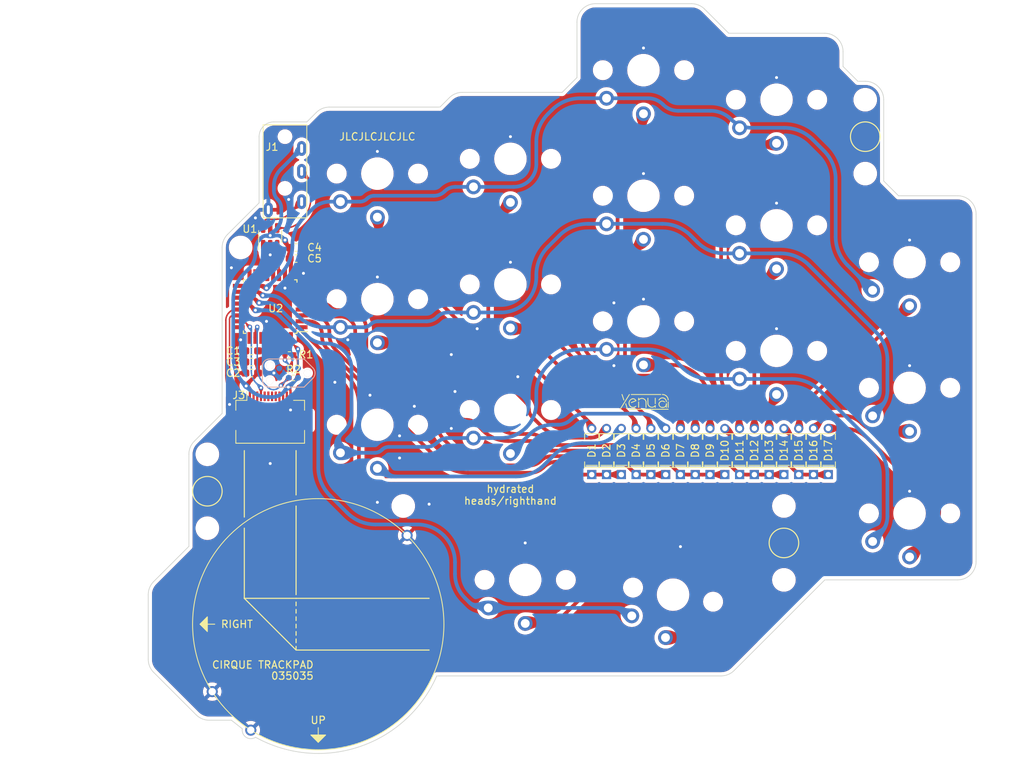
<source format=kicad_pcb>
(kicad_pcb (version 20211014) (generator pcbnew)

  (general
    (thickness 1.6)
  )

  (paper "A4")
  (layers
    (0 "F.Cu" signal)
    (31 "B.Cu" signal)
    (32 "B.Adhes" user "B.Adhesive")
    (33 "F.Adhes" user "F.Adhesive")
    (34 "B.Paste" user)
    (35 "F.Paste" user)
    (36 "B.SilkS" user "B.Silkscreen")
    (37 "F.SilkS" user "F.Silkscreen")
    (38 "B.Mask" user)
    (39 "F.Mask" user)
    (40 "Dwgs.User" user "User.Drawings")
    (41 "Cmts.User" user "User.Comments")
    (42 "Eco1.User" user "User.Eco1")
    (43 "Eco2.User" user "User.Eco2")
    (44 "Edge.Cuts" user)
    (45 "Margin" user)
    (46 "B.CrtYd" user "B.Courtyard")
    (47 "F.CrtYd" user "F.Courtyard")
    (48 "B.Fab" user)
    (49 "F.Fab" user)
    (50 "User.1" user)
    (51 "User.2" user)
    (52 "User.3" user)
    (53 "User.4" user)
    (54 "User.5" user)
    (55 "User.6" user)
    (56 "User.7" user)
    (57 "User.8" user)
    (58 "User.9" user)
  )

  (setup
    (stackup
      (layer "F.SilkS" (type "Top Silk Screen"))
      (layer "F.Paste" (type "Top Solder Paste"))
      (layer "F.Mask" (type "Top Solder Mask") (thickness 0.01))
      (layer "F.Cu" (type "copper") (thickness 0.035))
      (layer "dielectric 1" (type "core") (thickness 1.51) (material "FR4") (epsilon_r 4.5) (loss_tangent 0.02))
      (layer "B.Cu" (type "copper") (thickness 0.035))
      (layer "B.Mask" (type "Bottom Solder Mask") (thickness 0.01))
      (layer "B.Paste" (type "Bottom Solder Paste"))
      (layer "B.SilkS" (type "Bottom Silk Screen"))
      (copper_finish "None")
      (dielectric_constraints no)
    )
    (pad_to_mask_clearance 0)
    (pcbplotparams
      (layerselection 0x00010fc_ffffffff)
      (disableapertmacros false)
      (usegerberextensions false)
      (usegerberattributes true)
      (usegerberadvancedattributes true)
      (creategerberjobfile true)
      (svguseinch false)
      (svgprecision 6)
      (excludeedgelayer true)
      (plotframeref false)
      (viasonmask false)
      (mode 1)
      (useauxorigin false)
      (hpglpennumber 1)
      (hpglpenspeed 20)
      (hpglpendiameter 15.000000)
      (dxfpolygonmode true)
      (dxfimperialunits true)
      (dxfusepcbnewfont true)
      (psnegative false)
      (psa4output false)
      (plotreference true)
      (plotvalue true)
      (plotinvisibletext false)
      (sketchpadsonfab false)
      (subtractmaskfromsilk false)
      (outputformat 1)
      (mirror false)
      (drillshape 1)
      (scaleselection 1)
      (outputdirectory "")
    )
  )

  (net 0 "")
  (net 1 "GND")
  (net 2 "Net-(C1-Pad2)")
  (net 3 "+3V3")
  (net 4 "/SWDIO")
  (net 5 "/RST")
  (net 6 "/SWCLK")
  (net 7 "unconnected-(J2-Pad6)")
  (net 8 "/TRACK_SDA")
  (net 9 "/TRACK_SCL")
  (net 10 "/TRACK_BTN1")
  (net 11 "/TRACK_BTN3")
  (net 12 "/TRACK_BTN2")
  (net 13 "/TRACK_COPI")
  (net 14 "/TRACK_DATA_READY")
  (net 15 "/TRACK_CS")
  (net 16 "/TRACK_CIPO")
  (net 17 "/TRACK_SCK")
  (net 18 "/SCL")
  (net 19 "/SDA")
  (net 20 "Net-(J1-PadR2)")
  (net 21 "Net-(J1-PadR1)")
  (net 22 "C_PINKY")
  (net 23 "unconnected-(U2-Pad6)")
  (net 24 "unconnected-(U2-Pad7)")
  (net 25 "unconnected-(U2-Pad8)")
  (net 26 "R_TOP")
  (net 27 "R_HOME")
  (net 28 "R_BOTTOM")
  (net 29 "R_THUMB")
  (net 30 "C_INNER")
  (net 31 "C_INDEX")
  (net 32 "C_MIDDLE")
  (net 33 "C_RING")
  (net 34 "unconnected-(U2-Pad24)")
  (net 35 "unconnected-(U2-Pad25)")
  (net 36 "unconnected-(U2-Pad27)")
  (net 37 "Net-(D1-Pad2)")
  (net 38 "Net-(D2-Pad2)")
  (net 39 "Net-(D3-Pad2)")
  (net 40 "Net-(D4-Pad2)")
  (net 41 "Net-(D5-Pad2)")
  (net 42 "Net-(D6-Pad2)")
  (net 43 "Net-(D7-Pad2)")
  (net 44 "Net-(D8-Pad2)")
  (net 45 "Net-(D9-Pad2)")
  (net 46 "Net-(D10-Pad2)")
  (net 47 "Net-(D11-Pad2)")
  (net 48 "Net-(D12-Pad2)")
  (net 49 "Net-(D13-Pad2)")
  (net 50 "Net-(D14-Pad2)")
  (net 51 "Net-(D15-Pad2)")
  (net 52 "Net-(D16-Pad2)")
  (net 53 "Net-(D17-Pad2)")
  (net 54 "unconnected-(U2-Pad13)")
  (net 55 "unconnected-(U2-Pad14)")
  (net 56 "unconnected-(U2-Pad15)")
  (net 57 "unconnected-(U2-Pad16)")

  (footprint "Capacitor_SMD:C_0603_1608Metric_Pad1.08x0.95mm_HandSolder" (layer "F.Cu") (at 53 116.5 180))

  (footprint "MountingHole:MountingHole_2.2mm_M2_DIN965" (layer "F.Cu") (at 136 91))

  (footprint "mbk:Choc-1u-solder" (layer "F.Cu") (at 106 94))

  (footprint "Capacitor_SMD:C_0603_1608Metric_Pad1.08x0.95mm_HandSolder" (layer "F.Cu") (at 59 102.5))

  (footprint "mbk:Choc-1u-solder" (layer "F.Cu") (at 124 81))

  (footprint "1N4148:DIOAD829W49L456D191" (layer "F.Cu") (at 105 128.5 90))

  (footprint "mbk:Choc-1u-solder" (layer "F.Cu") (at 70 91))

  (footprint "1N4148:DIOAD829W49L456D191" (layer "F.Cu") (at 107 128.5 90))

  (footprint "Package_TO_SOT_SMD:SOT-23-6" (layer "F.Cu") (at 55.5 99.5 90))

  (footprint "1N4148:DIOAD829W49L456D191" (layer "F.Cu") (at 111 128.5 90))

  (footprint "Resistor_SMD:R_0402_1005Metric_Pad0.72x0.64mm_HandSolder" (layer "F.Cu") (at 58.0975 115.5 180))

  (footprint "1N4148:DIOAD829W49L456D191" (layer "F.Cu") (at 99 128.5 90))

  (footprint "cirque:cirque_TM035035" (layer "F.Cu") (at 62 152 180))

  (footprint "mbk:Choc-1u-solder" (layer "F.Cu") (at 124 98))

  (footprint "1N4148:DIOAD829W49L456D191" (layer "F.Cu") (at 127 128.5 90))

  (footprint "1N4148:DIOAD829W49L456D191" (layer "F.Cu") (at 125 128.5 90))

  (footprint "mbk:Choc-1u-solder" (layer "F.Cu") (at 88 106))

  (footprint "MountingHole:MountingHole_2.2mm_M2_DIN965" (layer "F.Cu") (at 136 81))

  (footprint "1N4148:DIOAD829W49L456D191" (layer "F.Cu") (at 117 128.5 90))

  (footprint "1N4148:DIOAD829W49L456D191" (layer "F.Cu") (at 109 128.5 90))

  (footprint "mbk:Choc-1u-solder" (layer "F.Cu") (at 142 103))

  (footprint "pj320a:Jack_3.5mm_PJ320A_Horizontal" (layer "F.Cu") (at 57.5 86 -90))

  (footprint "mbk:Choc-1u-solder" (layer "F.Cu") (at 142 137))

  (footprint "mbk:Choc-1u-solder" (layer "F.Cu") (at 124 115))

  (footprint "Connector_FFC-FPC:Hirose_FH12-12S-0.5SH_1x12-1MP_P0.50mm_Horizontal" (layer "F.Cu") (at 55.5 123))

  (footprint "1N4148:DIOAD829W49L456D191" (layer "F.Cu") (at 113 128.5 90))

  (footprint "1N4148:DIOAD829W49L456D191" (layer "F.Cu") (at 115 128.5 90))

  (footprint "mbk:Choc-1u-solder" (layer "F.Cu") (at 88 89))

  (footprint "Capacitor_SMD:C_0603_1608Metric_Pad1.08x0.95mm_HandSolder" (layer "F.Cu") (at 59 101))

  (footprint "xenua:sig" (layer "F.Cu") (at 102.845 122.905167))

  (footprint "MountingHole:MountingHole_2.2mm_M2_DIN965" (layer "F.Cu") (at 125 136))

  (footprint "mbk:Choc-1u-solder" (layer "F.Cu") (at 106 111))

  (footprint "MountingHole:MountingHole_2.2mm_M2_DIN965" (layer "F.Cu") (at 51.5 101))

  (footprint "1N4148:DIOAD829W49L456D191" (layer "F.Cu") (at 103 128.5 90))

  (footprint "MountingHole:MountingHole_2.2mm_M2_DIN965" (layer "F.Cu") (at 47 139))

  (footprint "1N4148:DIOAD829W49L456D191" (layer "F.Cu") (at 131 128.5 90))

  (footprint "mbk:Choc-1u-solder" (layer "F.Cu") (at 142 120))

  (footprint "Capacitor_SMD:C_0603_1608Metric_Pad1.08x0.95mm_HandSolder" (layer "F.Cu") (at 53 115))

  (footprint "MountingHole:MountingHole_2.2mm_M2_DIN965" (layer "F.Cu") (at 125 146))

  (footprint "mbk:Choc-1u-solder" (layer "F.Cu") (at 88 123))

  (footprint "mbk:Choc-1u-solder" (layer "F.Cu") (at 110 148 -10))

  (footprint "1N4148:DIOAD829W49L456D191" (layer "F.Cu") (at 121 128.5 90))

  (footprint "1N4148:DIOAD829W49L456D191" (layer "F.Cu") (at 119 128.5 90))

  (footprint "mbk:Choc-1u-solder" (layer "F.Cu") (at 70 108))

  (footprint "1N4148:DIOAD829W49L456D191" (layer "F.Cu") (at 101 128.5 90))

  (footprint "Resistor_SMD:R_0402_1005Metric_Pad0.72x0.64mm_HandSolder" (layer "F.Cu") (at 58.65 118.65))

  (footprint "Package_QFP:TQFP-32_7x7mm_P0.8mm" (layer "F.Cu")
    (tedit 5A02F146) (tstamp ca98b832-42d9-48ef-b0f0-8a38fadade53)
    (at 55.5 109 180)
    (descr "32-Lead Plastic Thin Quad Flatpack (PT) - 7x7x1.0 mm Body, 2.00 mm [TQFP] (see Microchip Packaging Specification 00000049BS.pdf)")
    (tags "QFP 0.8")
    (property "Sheetfile" "righthand.kicad_sch")
    (property "Sheetname" "")
    (path "/cd05dc71-d59b-4335-902d-fe9d6feaeb4a")
    (attr smd)
    (fp_text reference "U2" (at -0.75 -0.25) (layer "F.SilkS")
      (effects (font (size 1 1) (thickness 0.15)))
      (tstamp 7380e8af-0da0-4d19-b97a-3db74afed84b)
    )
    (fp_text value "ATSAMD21E17D-A" (at 0 6.05) (layer "F.Fab")
      (effects (font (size 1 1) (thickness 0.15)))
      (tstamp f2253836-2d9b-40d1-8286-5de307be6bb5)
    )
    (fp_text user "${REFERENCE}" (at 0 0) (layer "F.Fab")
      (effects (font (size 1 1) (thickness 0.15)))
      (tstamp ff516df4-8762-493a-bfa9-d109ded985f2)
    )
    (fp_line (start -3.625 3.625) (end -3.625 3.3) (layer "F.SilkS") (width 0.15) (tstamp 163a52c9-5b76-408e-9e8d-b1d727f1e5eb))
    (fp_line (start -3.625 -3.4) (end -5.05 -3.4) (layer "F.SilkS") (width 0.15) (tstamp 4694337d-87f2-4001-9a42-3ac5af7174f1))
    (fp_line (start -3.625 -3.625) (end -3.625 -3.4) (layer "F.SilkS") (width 0.15) (tstamp 47cb438f-2cfc-49d4-b243-896fd33c4f28))
    (fp_line (start 3.625 3.625) (end 3.3 3.625) (layer "F.SilkS") (width 0.15) (tstamp 875bddaa-a6a5-4d05-aa4e-f34cad246fdd))
    (fp_line (start -3.625 3.625) (end -3.3 3.625) (layer "F.SilkS") (width 0.15) (tstamp abbb76e5-e303-4551-abef-6360b634a66e))
    (fp_line (start -3.625 -3.625) (end -3.3 -3.625) (layer "F.SilkS") (width 0.15) (tstamp b86e3cce-ec47-4e60-ad5f-0c88bb84273a))
    (fp_line (start 3.625 -3.625) (end 3.3 -3.625) (layer "F.SilkS") (width 0.15) (tstamp bd51819b-f5a4-4341-9885-d60fd4aa7ac5))
    (fp_line (start 3.625 -3.625) (end 3.625 -3.3) (layer "F.SilkS") (width 0.15) (tstamp d5bef497-bc4d-4dbe-99cb-e4b3a4c01e3f))
    (fp_line (start 3.625 3.625) (end 3.625 3.3) (layer "F.SilkS") (width 0.15) (tstamp d8527688-0a5f-4213-b379-755ddb37619d))
    (fp_line (start -5.3 -5.3) (end 5.3 -5.3) (layer "F.CrtYd") (width 0.05) (tstamp 075e0099-43cc-4e57-801b-810418507ddf))
    (fp_line (start -5.3 5.3) (end 5.3 5.3) (layer "F.CrtYd") (width 0.05) (tstamp 20f4c3c6-d0c7-4e28-b603-453c6a1d75b5))
    (fp_line (start 5.3 -5.3) (end 5.3 5.3) (layer "F.CrtYd") (width 0.05) (tstamp 2133e340-0ea5-497f-be25-7d4b6d30df2c))
    (fp_line (start -5.3 -5.3) (end -5.3 5.3) (layer "F.CrtYd") (width 0.05) (tstamp cc26b4de-d661-424c-883c-1a8ced1f8768))
    (fp_line (start 3.5 -3.5) (end 3.5 3.5) (layer "F.Fab") (width 0.15) (tstamp 0ab6f123-2f7f-4459-9959-f610555e9965))
    (fp_line (start -3.5 3.5) (end -3.5 -2.5) (layer "F.Fab") (width 0.15) (tstamp 5f53635a-7790-49ef-a708-d89dbdce66ff))
    (fp_line (start 3.5 3.5) (end -3.5 3.5) (layer "F.Fab") (width 0.15) (tstamp 6e1700cd-cad7-4c73-a404-c7fdf714574e))
    (fp_line (start -3.5 -2.5) (end -2.5 -3.5) (layer "F.Fab") (width 0.15) (tstamp a4b2c316-8378-48ff-9099-c95542d4d444))
    (fp_line (start -2.5 -3.5) (end 3.5 -3.5) (layer "F.Fab") (width 0.15) (tstamp fa371ff8-e6fb-4463-8f56-ac49214cf9cf))
    (pad "1" smd rect (at -4.25 -2.8 180) (size 1.6 0.55) (layers "F.Cu" "F.Paste" "F.Mask")
      (net 30 "C_INNER") (pinfunction "PA00") (pintype "bidirectional") (tstamp de6c64d1-4ece-4a3f-aa19-c7141c9b1d34))
    (pad "2" smd rect (at -4.25 -2 180) (size 1.6 0.55) (layers "F.Cu" "F.Paste" "F.Mask")
      (net 31 "C_INDEX") (pinfunction "PA01") (pintype "bidirectional") (tstamp 84b5f244-dacb-46d0-b787-6a3c3e03a9e9))
    (pad "3" smd rect (at -4.25 -1.2 180) (size 1.6 0.55) (layers "F.Cu" "F.Paste" "F.Mask")
      (net 32 "C_MIDDLE") (pinfunction "PA02") (pintype "bidirectional") (tstamp 5597da75-39fc-4d77-89f2-21aa5ef8ba8f))
    (pad "4" smd rect (at -4.25 -0.4 180) (size 1.6 0.55) (layers "F.Cu" "F.Paste" "F.Mask")
      (net 33 "C_RING") (pinfunction "PA03") (pintype "bidirectional") (tstamp 209cde5c-0bb3-411e-b329-e93397c704e0))
    (pad "5" smd rect (at -4.25 0.4 180) (size 1.6 0.55) (layers "F.Cu" "F.Paste" "F.Mask")
      (net 22 "C_PINKY") (pinfunction "PA04") (pintype "bidirectional") (tstamp b82ab260-9cf7-4a11-a443-5d402a27af23))
    (pad "6" smd rect (at -4.25 1.2 180) (size 1.6 0.55) (layers "F.Cu" "F.Paste" "F.Mask")
      (net 23 "unconnected-(U2-Pad6)") (pinfunction "PA05") (pintype "bidirectional+no_connect") (tstamp 179c24d1-7126-42bf-97a3-780c05bb1910))
    (pad "7" smd rect (at -4.25 2 180) (size 1.6 0.55) (layers "F.Cu" "F.Paste" "F.Mask")
      (net 24 "unconnected-(U2-Pad7)") (pinfunction "PA06") (pintype "bidirectional+no_connect") (tstamp d5c4fb86-56b1-4f06-b04a-6b003385b76a))
    (pad "8" smd rect (at -4.25 2.8 180) (size 1.6 0.55) (layers "F.Cu" "F.Paste" "F.Mask")
      (net 25 "unconnected-(U2-Pad8)") (pinfunction "PA07") (pintype "bidirectional+no_connect") (tstamp 05a71337-cddb-4d9a-b7ab-112952ceb99b))
    (pad "9" smd rect (at -2.8 4.25 270) (size 1.6 0.55) (layers "F.Cu" "F.Paste" "F.Mask")
      (net 3 "+3V3") (pinfunction "VDDANA") (pintype "power_in") (tstamp 19e7f328-1b42-4b5f-b189-e1c202679413))
    (pad "10" smd rect (at -2 4.25 270) (size 1.6 0.55) (layers "F.Cu" "F.Paste" "F.Mask")
      (net 1 "GND") (pinfunction "GND") (pintype "power_in") (tstamp 601a63e5-e8d1-4165-82a6-b7c129cc85db))
    (pad "11" smd rect (at -1.2 4.25 270) (size 1.6 0.55) (layers "F.Cu" "F.Paste" "F.Mask")
      (net 19 "/SDA") (pinfunction "PA08") (pintype "bidirectional") (tstamp a341d461-973d-44b7-8f50-9064ec25a1b9))
    (pad "12" smd rect (at -0.4 4.25 270) (size 1.6 0.55) (layers "F.Cu" "F.Paste" "F.Mask")
      (net 18 "/SCL") (pinfunction "PA09") (pintype "bidirectional") (tstamp 7c21c702-62ed-4fbe-a9bf-b52df7481f9c))
    (pad "13" smd rect (at 0.4 4.25 270) (size 1.6 0.55) (layers "F.Cu" "F.Paste" "F.Mask")
      (net 54 "unconnected-(U2-Pad13)") (pinfunction "PA10") (pintype "bidirectional+no_connect") (tstamp b15aa40e-49e4-4bd0-a781-339e9eac9336))
    (pad "14" smd rect (at 1.2 4.25 270) (size 1.6 0.55) (layers "F.Cu" "F.Paste" "F.Mask")
      (net 55 "unconnected-(U2-Pad14)") (pinfunction "PA11") (pintype "bidirectional+no_connect") (tstamp 7ef9cf97-2e8e-4fee-aa02-f3d27d0097f0))
    (pad "15" smd rect (at 2 4.25 270) (size 1.6 0.55) (layers "F.Cu" "F.Paste" "F.Mask")
      (net 56 "unconnected-(U2-Pad15)") (pinfunction "PA14") (pintype "bidirectional+no_connect") (tstamp 1a5c968d-6d6d-4b8f-aa20-f0beedf479ab))
    (pad "16" smd rect (at 2.8 4.25 270) (size 1.6 0.55) (layers "F.Cu" "F.Paste" "F.Mask")
      (net 57 "unconnected-(U2-Pad16)") (pinfunction "PA15") (pintype "bidirectional+no_connect") (tstamp d882f916-6c04-4ebf-9600-80faa0ae7532))
    (pad "17" smd rect (at 4.25 2.8 180) (size 1.6 0.55) (layers "F.Cu" "F.Paste" "F.Mask")
      (net 26 "R_TOP") (pinfunction "PA16") (pintype "bidirectional") (tstamp 25b67f90-d6ae-4b36-b7d8-dbd1eb562431))
    (pad "18" smd rect (at 4.25 2 180) (size 1.6 0.55) (layers "F.Cu" "F.Paste" "F.Mask")
      (net 27 "R_HOME") (pinfunction "PA17") (pintype "bidirectional") (tstamp aaf0fcf7-daea-4cf4-918f-33cd10d20e92))
    (pad "19" smd rect (at 4.25 1.2 180) (size 1.6 0.55) (layers "F.Cu" "F.Paste" "F.Mask")
      (net 28 "R_BOTTOM") (pinfunction "PA18") (pintype "bidirectional") (tstamp a60b618b-4fec-4eba-a2f4-21b857aad465))
    (pad "20" smd rect (at 4.25 0.4 180) (size 1.6 0.55) (layers "F.Cu" "F.Paste" "F.Mask")
      (net 29 "R_THUMB") (pinfunction "PA19") (pintype "bidirectional") (tstamp 51dcbdf4-67c9-48cf-972b-daeb9ffcc053))
    (pad "21" smd rect (at 4.25 -0.4 180) (size 1.6 0.55) (layers "F.Cu" "F.Paste" "F.Mask")
      (net 8 "/TRACK_SDA") (pinfunction "PA22") (pintype "bidirectional") (tstamp b97c1fb9-fe2a-49c9-ba0d-c17a4800962a))
    (pad "22" smd rect (at 4.25 -1.2 180) (size 1.6 0.55) (layers "F.Cu" "F.Paste" "F.Mask")
      (net 9 "/TRACK_SCL") (pinfunction "PA23") (pintype "bidirectional") (tstamp e9f5260f-0416-4bfb-bce4-b9c39e3e9aa2))
    (pad "23" smd rect (at 4.25 -2 180) (size 1.6 0.55) (layers "F.Cu" "F.Paste" "F.Mask")
      (net 14 "/TRACK_DATA_READY") (pinfunction "PA24") (pintype "bidirectional") (tstamp 4b2c6017-7f5d-439b-898b-effb198e3a50))
    (pad "24" smd rect (at 4.25 -2.8 180) (size 1.6 0.55) (layers "F.Cu" "F.Paste" "F.Mask")
      (net 34 "unconnected-(U2-Pad24)") (pinfunction "PA25") (pintype "bidirectional+no_connect") (tstamp edcdd89e-0e7a-4ee9-848c-5ec6384580bc))
    (pad "25" smd rect (at 2.8 -4.25 270) (size 1.6 0.55) (layers "F.Cu" "F.Paste" "F.Mask")
      (net 35 "unconnected-(U2-Pad25)") (pinfunction "PA27") (pintype "bidirectional+no_connect") (tstamp 33c91d18-305b-4757-90b0-4e11771e92dc))
    (pad "26" smd rect (at 2 -4.25 270) (size 1.6 0.55) (layers "F.Cu" "F.Paste" "F.Mask")
      (net 5 "/RST") (pinfunction "~{RESET}") (pintype "input") (tstamp 0c963362-c0f1-4a4e-b666-50a0867beb93))
    (pad "27" smd rect (at 1.2 -4.25 270) (size 1.6 0.55) (layers "F.Cu" "F.Paste" "F.Mask")
      (net 36 "unconnected-(U2-Pad27)") (pinfunction "PA28") (pintype "bidirectional+no_connect") (tstamp 8bfda477-1e21-4e67-aa1a-5c90ee4db74d))
    (pad "28" smd rect (at 0.4 -4.25 270) (size 1.6 0.55) (layers "F.Cu" "F.Paste" "F.Mask")
      (net 1 "GND") (pinfunction "GND") (pintype "passive") (tstamp c15636c6-7720-4ee1-ae58-d7ce3fec70a7))
    (pad "29" smd rect (at -0.4 -4.25 270) (size 1.6 0.55) (layers "F.Cu" "F.Paste" "F.Mask")
      (net 2 "Net-(C1-Pad2)") (pinfunction "VDDCORE") (pintype "power_out") (tstamp 10dfd60a-5c2b-448a-855d-a1cf2757b04c))
    (pad "30" smd rect (at -1.2 -4.25 270) (size 1.6 0.55) (layers "F.Cu" "F.Paste" "F.Mask")
      (net 3 "+3V3") (pinfunction "VDDIN") (pintype "power_in") (tstamp 9f40b07d-8151-46dd-a966-9ad7763381d7))
    (pad "31" smd rect (at -2 -4.25 270) (size 1.6 0.55) (layers "F.Cu" "F.Paste" "F.Mask")
      (net 6 "/SWCLK") (pinfunction "PA30") (pintype "bidirectional") (tstamp 4090e654-f907-4dbc-9380-9bfd87f2170f))
    (pad "32" smd rect (at -2.8 -4.25 270) (size 1.6 0.55) (layers "F.Cu" "F.Paste" "F.Mask")
      (net 4 "/SWDIO") (pinfunction "PA31") (pintype "bidirectional") (tstamp 3a044405-4a33-4b3f-aea3-af448d3891d2))
    (model "${KICAD6_3DMODEL_DIR}/Package_QFP.3dshapes/TQFP-32_7x7mm_P0.8mm.wrl"
      (
... [2015036 chars truncated]
</source>
